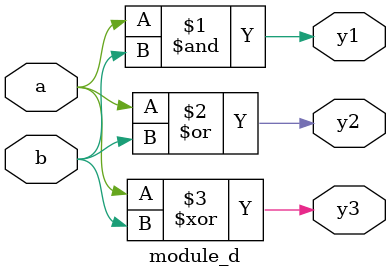
<source format=sv>
module module_d(input logic a,b, output logic y1,y2,y3);

assign y1 = a & b;	//And gate
assign y2 = a | b;	//Or gate
assign y3 = a ^ b;	//Xor gate

endmodule


</source>
